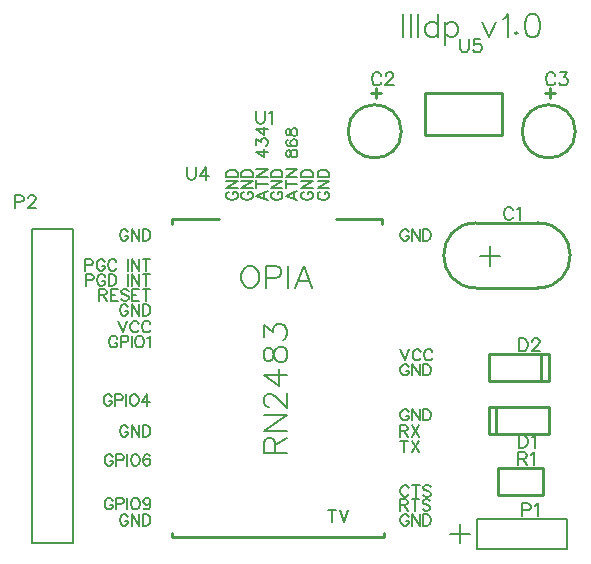
<source format=gto>
G04 Layer: TopSilkLayer*
G04 EasyEDA v6.2.43, 2019-09-14T08:05:40+03:00*
G04 099efe80dd8e4075b8cc61d203687640,04130c9be27c403289d01f1062dd982b,10*
G04 Gerber Generator version 0.2*
G04 Scale: 100 percent, Rotated: No, Reflected: No *
G04 Dimensions in millimeters *
G04 leading zeros omitted , absolute positions ,3 integer and 3 decimal *
%FSLAX33Y33*%
%MOMM*%
G90*
G71D02*

%ADD10C,0.254000*%
%ADD29C,0.228600*%
%ADD30C,0.203200*%
%ADD31C,0.202999*%
%ADD32C,0.152400*%

%LPD*%
G54D10*
G01X14986Y28702D02*
G01X14986Y29083D01*
G01X18923Y29083D01*
G01X32766Y28702D02*
G01X32766Y29083D01*
G01X28829Y29083D01*
G01X14986Y2540D02*
G01X14986Y2159D01*
G01X32893Y2159D01*
G01X32893Y2540D01*
G01X40665Y28778D02*
G01X45948Y28778D01*
G01X45948Y23291D02*
G01X40665Y23291D01*
G54D29*
G01X46863Y10922D02*
G01X41783Y10922D01*
G01X41783Y13208D01*
G01X46863Y13208D01*
G01X46863Y10922D01*
G01X42418Y10922D02*
G01X42418Y13208D01*
G01X41783Y17653D02*
G01X46863Y17653D01*
G01X46863Y15367D01*
G01X41783Y15367D01*
G01X41783Y17653D01*
G01X46228Y17653D02*
G01X46228Y15367D01*
G54D10*
G01X31826Y39741D02*
G01X32613Y39741D01*
G01X32207Y39335D02*
G01X32207Y40173D01*
G01X46558Y39741D02*
G01X47345Y39741D01*
G01X46939Y39335D02*
G01X46939Y40173D01*
G01X42550Y8008D02*
G01X46350Y8008D01*
G01X46350Y5708D01*
G01X42550Y5708D01*
G01X42550Y8008D01*
G54D30*
G01X42672Y3683D02*
G01X40767Y3683D01*
G01X40767Y1143D01*
G01X48387Y1143D01*
G01X48387Y3683D01*
G54D31*
G01X48387Y3683D02*
G01X42672Y3683D01*
G54D30*
G01X3103Y1645D02*
G01X6553Y1645D01*
G01X6553Y28295D01*
G01X3103Y28295D01*
G01X3103Y1656D01*
G54D10*
G01X42900Y39751D02*
G01X42900Y36195D01*
G01X42900Y36195D02*
G01X36347Y36195D01*
G01X36347Y36195D02*
G01X36347Y39751D01*
G01X36347Y39751D02*
G01X42900Y39751D01*
G54D32*
G01X22098Y38277D02*
G01X22098Y37500D01*
G01X22148Y37343D01*
G01X22252Y37238D01*
G01X22410Y37188D01*
G01X22514Y37188D01*
G01X22669Y37238D01*
G01X22773Y37343D01*
G01X22824Y37500D01*
G01X22824Y38277D01*
G01X23167Y38072D02*
G01X23271Y38122D01*
G01X23428Y38277D01*
G01X23428Y37188D01*
G54D30*
G01X28511Y4445D02*
G01X28511Y3489D01*
G01X28194Y4445D02*
G01X28831Y4445D01*
G01X29131Y4445D02*
G01X29494Y3489D01*
G01X29857Y4445D02*
G01X29494Y3489D01*
G01X11221Y28003D02*
G01X11178Y28094D01*
G01X11087Y28186D01*
G01X10995Y28232D01*
G01X10812Y28232D01*
G01X10723Y28186D01*
G01X10632Y28094D01*
G01X10586Y28003D01*
G01X10541Y27868D01*
G01X10541Y27640D01*
G01X10586Y27503D01*
G01X10632Y27414D01*
G01X10723Y27322D01*
G01X10812Y27277D01*
G01X10995Y27277D01*
G01X11087Y27322D01*
G01X11178Y27414D01*
G01X11221Y27503D01*
G01X11221Y27640D01*
G01X10995Y27640D02*
G01X11221Y27640D01*
G01X11523Y28232D02*
G01X11523Y27277D01*
G01X11523Y28232D02*
G01X12158Y27277D01*
G01X12158Y28232D02*
G01X12158Y27277D01*
G01X12458Y28232D02*
G01X12458Y27277D01*
G01X12458Y28232D02*
G01X12776Y28232D01*
G01X12913Y28186D01*
G01X13004Y28094D01*
G01X13050Y28003D01*
G01X13096Y27868D01*
G01X13096Y27640D01*
G01X13050Y27503D01*
G01X13004Y27414D01*
G01X12913Y27322D01*
G01X12776Y27277D01*
G01X12458Y27277D01*
G01X22733Y9293D02*
G01X24671Y9293D01*
G01X22733Y9293D02*
G01X22733Y10124D01*
G01X22824Y10401D01*
G01X22915Y10495D01*
G01X23101Y10586D01*
G01X23286Y10586D01*
G01X23472Y10495D01*
G01X23563Y10401D01*
G01X23655Y10124D01*
G01X23655Y9293D01*
G01X23655Y9941D02*
G01X24671Y10586D01*
G01X22733Y11196D02*
G01X24671Y11196D01*
G01X22733Y11196D02*
G01X24671Y12489D01*
G01X22733Y12489D02*
G01X24671Y12489D01*
G01X23192Y13192D02*
G01X23101Y13192D01*
G01X22915Y13284D01*
G01X22824Y13375D01*
G01X22733Y13561D01*
G01X22733Y13929D01*
G01X22824Y14114D01*
G01X22915Y14208D01*
G01X23101Y14300D01*
G01X23286Y14300D01*
G01X23472Y14208D01*
G01X23749Y14023D01*
G01X24671Y13098D01*
G01X24671Y14391D01*
G01X22733Y15925D02*
G01X24025Y15001D01*
G01X24025Y16388D01*
G01X22733Y15925D02*
G01X24671Y15925D01*
G01X22733Y17459D02*
G01X22824Y17180D01*
G01X23009Y17089D01*
G01X23192Y17089D01*
G01X23378Y17180D01*
G01X23472Y17366D01*
G01X23563Y17736D01*
G01X23655Y18013D01*
G01X23840Y18196D01*
G01X24025Y18290D01*
G01X24302Y18290D01*
G01X24488Y18196D01*
G01X24579Y18105D01*
G01X24671Y17828D01*
G01X24671Y17459D01*
G01X24579Y17180D01*
G01X24488Y17089D01*
G01X24302Y16997D01*
G01X24025Y16997D01*
G01X23840Y17089D01*
G01X23655Y17274D01*
G01X23563Y17551D01*
G01X23472Y17919D01*
G01X23378Y18105D01*
G01X23192Y18196D01*
G01X23009Y18196D01*
G01X22824Y18105D01*
G01X22733Y17828D01*
G01X22733Y17459D01*
G01X22733Y19085D02*
G01X22733Y20101D01*
G01X23472Y19545D01*
G01X23472Y19822D01*
G01X23563Y20007D01*
G01X23655Y20101D01*
G01X23931Y20193D01*
G01X24117Y20193D01*
G01X24394Y20101D01*
G01X24579Y19916D01*
G01X24671Y19639D01*
G01X24671Y19362D01*
G01X24579Y19085D01*
G01X24488Y18991D01*
G01X24302Y18900D01*
G01X21374Y25146D02*
G01X21191Y25054D01*
G01X21010Y24871D01*
G01X20919Y24691D01*
G01X20828Y24417D01*
G01X20828Y23962D01*
G01X20919Y23690D01*
G01X21010Y23507D01*
G01X21191Y23327D01*
G01X21374Y23235D01*
G01X21737Y23235D01*
G01X21917Y23327D01*
G01X22100Y23507D01*
G01X22191Y23690D01*
G01X22283Y23962D01*
G01X22283Y24417D01*
G01X22191Y24691D01*
G01X22100Y24871D01*
G01X21917Y25054D01*
G01X21737Y25146D01*
G01X21374Y25146D01*
G01X22882Y25146D02*
G01X22882Y23235D01*
G01X22882Y25146D02*
G01X23700Y25146D01*
G01X23972Y25054D01*
G01X24063Y24963D01*
G01X24155Y24780D01*
G01X24155Y24508D01*
G01X24063Y24325D01*
G01X23972Y24236D01*
G01X23700Y24145D01*
G01X22882Y24145D01*
G01X24754Y25146D02*
G01X24754Y23235D01*
G01X26083Y25146D02*
G01X25354Y23235D01*
G01X26083Y25146D02*
G01X26809Y23235D01*
G01X25628Y23870D02*
G01X26537Y23870D01*
G01X11221Y21653D02*
G01X11178Y21744D01*
G01X11087Y21836D01*
G01X10995Y21882D01*
G01X10812Y21882D01*
G01X10723Y21836D01*
G01X10632Y21744D01*
G01X10586Y21653D01*
G01X10541Y21518D01*
G01X10541Y21290D01*
G01X10586Y21153D01*
G01X10632Y21064D01*
G01X10723Y20972D01*
G01X10812Y20927D01*
G01X10995Y20927D01*
G01X11087Y20972D01*
G01X11178Y21064D01*
G01X11221Y21153D01*
G01X11221Y21290D01*
G01X10995Y21290D02*
G01X11221Y21290D01*
G01X11523Y21882D02*
G01X11523Y20927D01*
G01X11523Y21882D02*
G01X12158Y20927D01*
G01X12158Y21882D02*
G01X12158Y20927D01*
G01X12458Y21882D02*
G01X12458Y20927D01*
G01X12458Y21882D02*
G01X12776Y21882D01*
G01X12913Y21836D01*
G01X13004Y21744D01*
G01X13050Y21653D01*
G01X13096Y21518D01*
G01X13096Y21290D01*
G01X13050Y21153D01*
G01X13004Y21064D01*
G01X12913Y20972D01*
G01X12776Y20927D01*
G01X12458Y20927D01*
G01X11221Y3873D02*
G01X11178Y3964D01*
G01X11087Y4056D01*
G01X10995Y4102D01*
G01X10812Y4102D01*
G01X10723Y4056D01*
G01X10632Y3964D01*
G01X10586Y3873D01*
G01X10541Y3738D01*
G01X10541Y3510D01*
G01X10586Y3373D01*
G01X10632Y3284D01*
G01X10723Y3192D01*
G01X10812Y3147D01*
G01X10995Y3147D01*
G01X11087Y3192D01*
G01X11178Y3284D01*
G01X11221Y3373D01*
G01X11221Y3510D01*
G01X10995Y3510D02*
G01X11221Y3510D01*
G01X11523Y4102D02*
G01X11523Y3147D01*
G01X11523Y4102D02*
G01X12158Y3147D01*
G01X12158Y4102D02*
G01X12158Y3147D01*
G01X12458Y4102D02*
G01X12458Y3147D01*
G01X12458Y4102D02*
G01X12776Y4102D01*
G01X12913Y4056D01*
G01X13004Y3964D01*
G01X13050Y3873D01*
G01X13096Y3738D01*
G01X13096Y3510D01*
G01X13050Y3373D01*
G01X13004Y3284D01*
G01X12913Y3192D01*
G01X12776Y3147D01*
G01X12458Y3147D01*
G01X34970Y3873D02*
G01X34927Y3964D01*
G01X34836Y4056D01*
G01X34744Y4102D01*
G01X34561Y4102D01*
G01X34472Y4056D01*
G01X34381Y3964D01*
G01X34335Y3873D01*
G01X34290Y3738D01*
G01X34290Y3510D01*
G01X34335Y3373D01*
G01X34381Y3284D01*
G01X34472Y3192D01*
G01X34561Y3147D01*
G01X34744Y3147D01*
G01X34836Y3192D01*
G01X34927Y3284D01*
G01X34970Y3373D01*
G01X34970Y3510D01*
G01X34744Y3510D02*
G01X34970Y3510D01*
G01X35272Y4102D02*
G01X35272Y3147D01*
G01X35272Y4102D02*
G01X35907Y3147D01*
G01X35907Y4102D02*
G01X35907Y3147D01*
G01X36207Y4102D02*
G01X36207Y3147D01*
G01X36207Y4102D02*
G01X36525Y4102D01*
G01X36662Y4056D01*
G01X36753Y3964D01*
G01X36799Y3873D01*
G01X36845Y3738D01*
G01X36845Y3510D01*
G01X36799Y3373D01*
G01X36753Y3284D01*
G01X36662Y3192D01*
G01X36525Y3147D01*
G01X36207Y3147D01*
G01X34970Y28003D02*
G01X34927Y28094D01*
G01X34836Y28186D01*
G01X34744Y28232D01*
G01X34561Y28232D01*
G01X34472Y28186D01*
G01X34381Y28094D01*
G01X34335Y28003D01*
G01X34290Y27868D01*
G01X34290Y27640D01*
G01X34335Y27503D01*
G01X34381Y27414D01*
G01X34472Y27322D01*
G01X34561Y27277D01*
G01X34744Y27277D01*
G01X34836Y27322D01*
G01X34927Y27414D01*
G01X34970Y27503D01*
G01X34970Y27640D01*
G01X34744Y27640D02*
G01X34970Y27640D01*
G01X35272Y28232D02*
G01X35272Y27277D01*
G01X35272Y28232D02*
G01X35907Y27277D01*
G01X35907Y28232D02*
G01X35907Y27277D01*
G01X36207Y28232D02*
G01X36207Y27277D01*
G01X36207Y28232D02*
G01X36525Y28232D01*
G01X36662Y28186D01*
G01X36753Y28094D01*
G01X36799Y28003D01*
G01X36845Y27868D01*
G01X36845Y27640D01*
G01X36799Y27503D01*
G01X36753Y27414D01*
G01X36662Y27322D01*
G01X36525Y27277D01*
G01X36207Y27277D01*
G01X27495Y31414D02*
G01X27404Y31371D01*
G01X27312Y31280D01*
G01X27266Y31188D01*
G01X27266Y31005D01*
G01X27312Y30916D01*
G01X27404Y30825D01*
G01X27495Y30779D01*
G01X27630Y30734D01*
G01X27858Y30734D01*
G01X27995Y30779D01*
G01X28084Y30825D01*
G01X28176Y30916D01*
G01X28221Y31005D01*
G01X28221Y31188D01*
G01X28176Y31280D01*
G01X28084Y31371D01*
G01X27995Y31414D01*
G01X27858Y31414D01*
G01X27858Y31188D02*
G01X27858Y31414D01*
G01X27266Y31716D02*
G01X28221Y31716D01*
G01X27266Y31716D02*
G01X28221Y32351D01*
G01X27266Y32351D02*
G01X28221Y32351D01*
G01X27266Y32651D02*
G01X28221Y32651D01*
G01X27266Y32651D02*
G01X27266Y32969D01*
G01X27312Y33106D01*
G01X27404Y33197D01*
G01X27495Y33243D01*
G01X27630Y33289D01*
G01X27858Y33289D01*
G01X27995Y33243D01*
G01X28084Y33197D01*
G01X28176Y33106D01*
G01X28221Y32969D01*
G01X28221Y32651D01*
G01X19786Y31414D02*
G01X19695Y31371D01*
G01X19603Y31280D01*
G01X19558Y31188D01*
G01X19558Y31005D01*
G01X19603Y30916D01*
G01X19695Y30825D01*
G01X19786Y30779D01*
G01X19921Y30734D01*
G01X20149Y30734D01*
G01X20286Y30779D01*
G01X20375Y30825D01*
G01X20467Y30916D01*
G01X20513Y31005D01*
G01X20513Y31188D01*
G01X20467Y31280D01*
G01X20375Y31371D01*
G01X20286Y31414D01*
G01X20149Y31414D01*
G01X20149Y31188D02*
G01X20149Y31414D01*
G01X19558Y31716D02*
G01X20513Y31716D01*
G01X19558Y31716D02*
G01X20513Y32351D01*
G01X19558Y32351D02*
G01X20513Y32351D01*
G01X19558Y32651D02*
G01X20513Y32651D01*
G01X19558Y32651D02*
G01X19558Y32969D01*
G01X19603Y33106D01*
G01X19695Y33197D01*
G01X19786Y33243D01*
G01X19921Y33289D01*
G01X20149Y33289D01*
G01X20286Y33243D01*
G01X20375Y33197D01*
G01X20467Y33106D01*
G01X20513Y32969D01*
G01X20513Y32651D01*
G01X21056Y31414D02*
G01X20965Y31371D01*
G01X20873Y31280D01*
G01X20828Y31188D01*
G01X20828Y31005D01*
G01X20873Y30916D01*
G01X20965Y30825D01*
G01X21056Y30779D01*
G01X21191Y30734D01*
G01X21419Y30734D01*
G01X21556Y30779D01*
G01X21645Y30825D01*
G01X21737Y30916D01*
G01X21783Y31005D01*
G01X21783Y31188D01*
G01X21737Y31280D01*
G01X21645Y31371D01*
G01X21556Y31414D01*
G01X21419Y31414D01*
G01X21419Y31188D02*
G01X21419Y31414D01*
G01X20828Y31716D02*
G01X21783Y31716D01*
G01X20828Y31716D02*
G01X21783Y32351D01*
G01X20828Y32351D02*
G01X21783Y32351D01*
G01X20828Y32651D02*
G01X21783Y32651D01*
G01X20828Y32651D02*
G01X20828Y32969D01*
G01X20873Y33106D01*
G01X20965Y33197D01*
G01X21056Y33243D01*
G01X21191Y33289D01*
G01X21419Y33289D01*
G01X21556Y33243D01*
G01X21645Y33197D01*
G01X21737Y33106D01*
G01X21783Y32969D01*
G01X21783Y32651D01*
G01X23558Y31414D02*
G01X23467Y31371D01*
G01X23375Y31280D01*
G01X23329Y31188D01*
G01X23329Y31005D01*
G01X23375Y30916D01*
G01X23467Y30825D01*
G01X23558Y30779D01*
G01X23693Y30734D01*
G01X23921Y30734D01*
G01X24058Y30779D01*
G01X24147Y30825D01*
G01X24239Y30916D01*
G01X24284Y31005D01*
G01X24284Y31188D01*
G01X24239Y31280D01*
G01X24147Y31371D01*
G01X24058Y31414D01*
G01X23921Y31414D01*
G01X23921Y31188D02*
G01X23921Y31414D01*
G01X23329Y31716D02*
G01X24284Y31716D01*
G01X23329Y31716D02*
G01X24284Y32351D01*
G01X23329Y32351D02*
G01X24284Y32351D01*
G01X23329Y32651D02*
G01X24284Y32651D01*
G01X23329Y32651D02*
G01X23329Y32969D01*
G01X23375Y33106D01*
G01X23467Y33197D01*
G01X23558Y33243D01*
G01X23693Y33289D01*
G01X23921Y33289D01*
G01X24058Y33243D01*
G01X24147Y33197D01*
G01X24239Y33106D01*
G01X24284Y32969D01*
G01X24284Y32651D01*
G01X26136Y31414D02*
G01X26045Y31371D01*
G01X25953Y31280D01*
G01X25908Y31188D01*
G01X25908Y31005D01*
G01X25953Y30916D01*
G01X26045Y30825D01*
G01X26136Y30779D01*
G01X26271Y30734D01*
G01X26499Y30734D01*
G01X26636Y30779D01*
G01X26725Y30825D01*
G01X26817Y30916D01*
G01X26863Y31005D01*
G01X26863Y31188D01*
G01X26817Y31280D01*
G01X26725Y31371D01*
G01X26636Y31414D01*
G01X26499Y31414D01*
G01X26499Y31188D02*
G01X26499Y31414D01*
G01X25908Y31716D02*
G01X26863Y31716D01*
G01X25908Y31716D02*
G01X26863Y32351D01*
G01X25908Y32351D02*
G01X26863Y32351D01*
G01X25908Y32651D02*
G01X26863Y32651D01*
G01X25908Y32651D02*
G01X25908Y32969D01*
G01X25953Y33106D01*
G01X26045Y33197D01*
G01X26136Y33243D01*
G01X26271Y33289D01*
G01X26499Y33289D01*
G01X26636Y33243D01*
G01X26725Y33197D01*
G01X26817Y33106D01*
G01X26863Y32969D01*
G01X26863Y32651D01*
G01X24599Y31097D02*
G01X25554Y30734D01*
G01X24599Y31097D02*
G01X25554Y31460D01*
G01X25237Y30871D02*
G01X25237Y31325D01*
G01X24599Y32080D02*
G01X25554Y32080D01*
G01X24599Y31760D02*
G01X24599Y32397D01*
G01X24599Y32697D02*
G01X25554Y32697D01*
G01X24599Y32697D02*
G01X25554Y33334D01*
G01X24599Y33334D02*
G01X25554Y33334D01*
G01X24599Y34561D02*
G01X24645Y34424D01*
G01X24737Y34378D01*
G01X24828Y34378D01*
G01X24919Y34424D01*
G01X24963Y34516D01*
G01X25008Y34696D01*
G01X25054Y34833D01*
G01X25146Y34925D01*
G01X25237Y34970D01*
G01X25372Y34970D01*
G01X25463Y34925D01*
G01X25509Y34879D01*
G01X25554Y34742D01*
G01X25554Y34561D01*
G01X25509Y34424D01*
G01X25463Y34378D01*
G01X25372Y34333D01*
G01X25237Y34333D01*
G01X25146Y34378D01*
G01X25054Y34470D01*
G01X25008Y34607D01*
G01X24963Y34787D01*
G01X24919Y34879D01*
G01X24828Y34925D01*
G01X24737Y34925D01*
G01X24645Y34879D01*
G01X24599Y34742D01*
G01X24599Y34561D01*
G01X24737Y35816D02*
G01X24645Y35770D01*
G01X24599Y35633D01*
G01X24599Y35542D01*
G01X24645Y35407D01*
G01X24782Y35316D01*
G01X25008Y35270D01*
G01X25237Y35270D01*
G01X25417Y35316D01*
G01X25509Y35407D01*
G01X25554Y35542D01*
G01X25554Y35587D01*
G01X25509Y35725D01*
G01X25417Y35816D01*
G01X25283Y35862D01*
G01X25237Y35862D01*
G01X25100Y35816D01*
G01X25008Y35725D01*
G01X24963Y35587D01*
G01X24963Y35542D01*
G01X25008Y35407D01*
G01X25100Y35316D01*
G01X25237Y35270D01*
G01X24599Y36388D02*
G01X24645Y36253D01*
G01X24737Y36207D01*
G01X24828Y36207D01*
G01X24919Y36253D01*
G01X24963Y36342D01*
G01X25008Y36525D01*
G01X25054Y36662D01*
G01X25146Y36751D01*
G01X25237Y36796D01*
G01X25372Y36796D01*
G01X25463Y36751D01*
G01X25509Y36705D01*
G01X25554Y36570D01*
G01X25554Y36388D01*
G01X25509Y36253D01*
G01X25463Y36207D01*
G01X25372Y36161D01*
G01X25237Y36161D01*
G01X25146Y36207D01*
G01X25054Y36296D01*
G01X25008Y36433D01*
G01X24963Y36616D01*
G01X24919Y36705D01*
G01X24828Y36751D01*
G01X24737Y36751D01*
G01X24645Y36705D01*
G01X24599Y36570D01*
G01X24599Y36388D01*
G01X22097Y31097D02*
G01X23053Y30734D01*
G01X22097Y31097D02*
G01X23053Y31460D01*
G01X22735Y30871D02*
G01X22735Y31325D01*
G01X22097Y32080D02*
G01X23053Y32080D01*
G01X22097Y31760D02*
G01X22097Y32397D01*
G01X22097Y32697D02*
G01X23053Y32697D01*
G01X22097Y32697D02*
G01X23053Y33334D01*
G01X22097Y33334D02*
G01X23053Y33334D01*
G01X22097Y34787D02*
G01X22735Y34333D01*
G01X22735Y35016D01*
G01X22097Y34787D02*
G01X23053Y34787D01*
G01X22097Y35407D02*
G01X22097Y35907D01*
G01X22461Y35633D01*
G01X22461Y35770D01*
G01X22506Y35862D01*
G01X22552Y35907D01*
G01X22689Y35951D01*
G01X22781Y35951D01*
G01X22915Y35907D01*
G01X23007Y35816D01*
G01X23053Y35679D01*
G01X23053Y35542D01*
G01X23007Y35407D01*
G01X22961Y35361D01*
G01X22870Y35316D01*
G01X22097Y36705D02*
G01X22735Y36253D01*
G01X22735Y36934D01*
G01X22097Y36705D02*
G01X23053Y36705D01*
G01X11221Y11404D02*
G01X11178Y11496D01*
G01X11087Y11587D01*
G01X10995Y11633D01*
G01X10812Y11633D01*
G01X10723Y11587D01*
G01X10632Y11496D01*
G01X10586Y11404D01*
G01X10541Y11269D01*
G01X10541Y11041D01*
G01X10586Y10904D01*
G01X10632Y10815D01*
G01X10723Y10723D01*
G01X10812Y10678D01*
G01X10995Y10678D01*
G01X11087Y10723D01*
G01X11178Y10815D01*
G01X11221Y10904D01*
G01X11221Y11041D01*
G01X10995Y11041D02*
G01X11221Y11041D01*
G01X11523Y11633D02*
G01X11523Y10678D01*
G01X11523Y11633D02*
G01X12158Y10678D01*
G01X12158Y11633D02*
G01X12158Y10678D01*
G01X12458Y11633D02*
G01X12458Y10678D01*
G01X12458Y11633D02*
G01X12776Y11633D01*
G01X12913Y11587D01*
G01X13004Y11496D01*
G01X13050Y11404D01*
G01X13096Y11269D01*
G01X13096Y11041D01*
G01X13050Y10904D01*
G01X13004Y10815D01*
G01X12913Y10723D01*
G01X12776Y10678D01*
G01X12458Y10678D01*
G01X34970Y12801D02*
G01X34927Y12893D01*
G01X34836Y12984D01*
G01X34744Y13030D01*
G01X34561Y13030D01*
G01X34472Y12984D01*
G01X34381Y12893D01*
G01X34335Y12801D01*
G01X34290Y12666D01*
G01X34290Y12438D01*
G01X34335Y12301D01*
G01X34381Y12212D01*
G01X34472Y12120D01*
G01X34561Y12075D01*
G01X34744Y12075D01*
G01X34836Y12120D01*
G01X34927Y12212D01*
G01X34970Y12301D01*
G01X34970Y12438D01*
G01X34744Y12438D02*
G01X34970Y12438D01*
G01X35272Y13030D02*
G01X35272Y12075D01*
G01X35272Y13030D02*
G01X35907Y12075D01*
G01X35907Y13030D02*
G01X35907Y12075D01*
G01X36207Y13030D02*
G01X36207Y12075D01*
G01X36207Y13030D02*
G01X36525Y13030D01*
G01X36662Y12984D01*
G01X36753Y12893D01*
G01X36799Y12801D01*
G01X36845Y12666D01*
G01X36845Y12438D01*
G01X36799Y12301D01*
G01X36753Y12212D01*
G01X36662Y12120D01*
G01X36525Y12075D01*
G01X36207Y12075D01*
G01X34970Y16611D02*
G01X34927Y16703D01*
G01X34836Y16794D01*
G01X34744Y16840D01*
G01X34561Y16840D01*
G01X34472Y16794D01*
G01X34381Y16703D01*
G01X34335Y16611D01*
G01X34290Y16476D01*
G01X34290Y16248D01*
G01X34335Y16111D01*
G01X34381Y16022D01*
G01X34472Y15930D01*
G01X34561Y15885D01*
G01X34744Y15885D01*
G01X34836Y15930D01*
G01X34927Y16022D01*
G01X34970Y16111D01*
G01X34970Y16248D01*
G01X34744Y16248D02*
G01X34970Y16248D01*
G01X35272Y16840D02*
G01X35272Y15885D01*
G01X35272Y16840D02*
G01X35907Y15885D01*
G01X35907Y16840D02*
G01X35907Y15885D01*
G01X36207Y16840D02*
G01X36207Y15885D01*
G01X36207Y16840D02*
G01X36525Y16840D01*
G01X36662Y16794D01*
G01X36753Y16703D01*
G01X36799Y16611D01*
G01X36845Y16476D01*
G01X36845Y16248D01*
G01X36799Y16111D01*
G01X36753Y16022D01*
G01X36662Y15930D01*
G01X36525Y15885D01*
G01X36207Y15885D01*
G01X34607Y10325D02*
G01X34607Y9370D01*
G01X34290Y10325D02*
G01X34927Y10325D01*
G01X35227Y10325D02*
G01X35862Y9370D01*
G01X35862Y10325D02*
G01X35227Y9370D01*
G01X34290Y11633D02*
G01X34290Y10678D01*
G01X34290Y11633D02*
G01X34698Y11633D01*
G01X34836Y11587D01*
G01X34881Y11541D01*
G01X34927Y11450D01*
G01X34927Y11358D01*
G01X34881Y11269D01*
G01X34836Y11224D01*
G01X34698Y11178D01*
G01X34290Y11178D01*
G01X34607Y11178D02*
G01X34927Y10678D01*
G01X35227Y11633D02*
G01X35862Y10678D01*
G01X35862Y11633D02*
G01X35227Y10678D01*
G01X34970Y6324D02*
G01X34927Y6416D01*
G01X34836Y6507D01*
G01X34744Y6553D01*
G01X34561Y6553D01*
G01X34472Y6507D01*
G01X34381Y6416D01*
G01X34335Y6324D01*
G01X34290Y6189D01*
G01X34290Y5961D01*
G01X34335Y5824D01*
G01X34381Y5735D01*
G01X34472Y5643D01*
G01X34561Y5598D01*
G01X34744Y5598D01*
G01X34836Y5643D01*
G01X34927Y5735D01*
G01X34970Y5824D01*
G01X35590Y6553D02*
G01X35590Y5598D01*
G01X35272Y6553D02*
G01X35907Y6553D01*
G01X36845Y6416D02*
G01X36753Y6507D01*
G01X36616Y6553D01*
G01X36436Y6553D01*
G01X36299Y6507D01*
G01X36207Y6416D01*
G01X36207Y6324D01*
G01X36253Y6233D01*
G01X36299Y6189D01*
G01X36390Y6144D01*
G01X36662Y6052D01*
G01X36753Y6007D01*
G01X36799Y5961D01*
G01X36845Y5869D01*
G01X36845Y5735D01*
G01X36753Y5643D01*
G01X36616Y5598D01*
G01X36436Y5598D01*
G01X36299Y5643D01*
G01X36207Y5735D01*
G01X34290Y5372D02*
G01X34290Y4417D01*
G01X34290Y5372D02*
G01X34698Y5372D01*
G01X34836Y5326D01*
G01X34881Y5280D01*
G01X34927Y5189D01*
G01X34927Y5097D01*
G01X34881Y5008D01*
G01X34836Y4963D01*
G01X34698Y4917D01*
G01X34290Y4917D01*
G01X34607Y4917D02*
G01X34927Y4417D01*
G01X35544Y5372D02*
G01X35544Y4417D01*
G01X35227Y5372D02*
G01X35862Y5372D01*
G01X36799Y5234D02*
G01X36708Y5326D01*
G01X36570Y5372D01*
G01X36390Y5372D01*
G01X36253Y5326D01*
G01X36161Y5234D01*
G01X36161Y5143D01*
G01X36207Y5052D01*
G01X36253Y5008D01*
G01X36344Y4963D01*
G01X36616Y4871D01*
G01X36708Y4826D01*
G01X36753Y4780D01*
G01X36799Y4688D01*
G01X36799Y4554D01*
G01X36708Y4462D01*
G01X36570Y4417D01*
G01X36390Y4417D01*
G01X36253Y4462D01*
G01X36161Y4554D01*
G01X34290Y18110D02*
G01X34653Y17155D01*
G01X35016Y18110D02*
G01X34653Y17155D01*
G01X35999Y17881D02*
G01X35953Y17973D01*
G01X35862Y18064D01*
G01X35770Y18110D01*
G01X35590Y18110D01*
G01X35499Y18064D01*
G01X35407Y17973D01*
G01X35361Y17881D01*
G01X35316Y17746D01*
G01X35316Y17518D01*
G01X35361Y17381D01*
G01X35407Y17292D01*
G01X35499Y17200D01*
G01X35590Y17155D01*
G01X35770Y17155D01*
G01X35862Y17200D01*
G01X35953Y17292D01*
G01X35999Y17381D01*
G01X36979Y17881D02*
G01X36936Y17973D01*
G01X36845Y18064D01*
G01X36753Y18110D01*
G01X36570Y18110D01*
G01X36482Y18064D01*
G01X36390Y17973D01*
G01X36344Y17881D01*
G01X36299Y17746D01*
G01X36299Y17518D01*
G01X36344Y17381D01*
G01X36390Y17292D01*
G01X36482Y17200D01*
G01X36570Y17155D01*
G01X36753Y17155D01*
G01X36845Y17200D01*
G01X36936Y17292D01*
G01X36979Y17381D01*
G01X10406Y20485D02*
G01X10769Y19530D01*
G01X11132Y20485D02*
G01X10769Y19530D01*
G01X12115Y20256D02*
G01X12070Y20347D01*
G01X11978Y20439D01*
G01X11887Y20485D01*
G01X11706Y20485D01*
G01X11615Y20439D01*
G01X11523Y20347D01*
G01X11478Y20256D01*
G01X11432Y20121D01*
G01X11432Y19893D01*
G01X11478Y19756D01*
G01X11523Y19667D01*
G01X11615Y19575D01*
G01X11706Y19530D01*
G01X11887Y19530D01*
G01X11978Y19575D01*
G01X12070Y19667D01*
G01X12115Y19756D01*
G01X13096Y20256D02*
G01X13053Y20347D01*
G01X12961Y20439D01*
G01X12870Y20485D01*
G01X12687Y20485D01*
G01X12598Y20439D01*
G01X12506Y20347D01*
G01X12461Y20256D01*
G01X12415Y20121D01*
G01X12415Y19893D01*
G01X12461Y19756D01*
G01X12506Y19667D01*
G01X12598Y19575D01*
G01X12687Y19530D01*
G01X12870Y19530D01*
G01X12961Y19575D01*
G01X13053Y19667D01*
G01X13096Y19756D01*
G01X8806Y23152D02*
G01X8806Y22197D01*
G01X8806Y23152D02*
G01X9215Y23152D01*
G01X9352Y23106D01*
G01X9398Y23060D01*
G01X9443Y22969D01*
G01X9443Y22877D01*
G01X9398Y22788D01*
G01X9352Y22743D01*
G01X9215Y22697D01*
G01X8806Y22697D01*
G01X9123Y22697D02*
G01X9443Y22197D01*
G01X9743Y23152D02*
G01X9743Y22197D01*
G01X9743Y23152D02*
G01X10332Y23152D01*
G01X9743Y22697D02*
G01X10106Y22697D01*
G01X9743Y22197D02*
G01X10332Y22197D01*
G01X11270Y23014D02*
G01X11178Y23106D01*
G01X11041Y23152D01*
G01X10861Y23152D01*
G01X10723Y23106D01*
G01X10632Y23014D01*
G01X10632Y22923D01*
G01X10678Y22832D01*
G01X10723Y22788D01*
G01X10815Y22743D01*
G01X11087Y22651D01*
G01X11178Y22606D01*
G01X11224Y22560D01*
G01X11270Y22468D01*
G01X11270Y22334D01*
G01X11178Y22242D01*
G01X11041Y22197D01*
G01X10861Y22197D01*
G01X10723Y22242D01*
G01X10632Y22334D01*
G01X11569Y23152D02*
G01X11569Y22197D01*
G01X11569Y23152D02*
G01X12161Y23152D01*
G01X11569Y22697D02*
G01X11932Y22697D01*
G01X11569Y22197D02*
G01X12161Y22197D01*
G01X12778Y23152D02*
G01X12778Y22197D01*
G01X12461Y23152D02*
G01X13096Y23152D01*
G01X7668Y24422D02*
G01X7668Y23467D01*
G01X7668Y24422D02*
G01X8077Y24422D01*
G01X8214Y24376D01*
G01X8260Y24330D01*
G01X8305Y24239D01*
G01X8305Y24102D01*
G01X8260Y24013D01*
G01X8214Y23967D01*
G01X8077Y23921D01*
G01X7668Y23921D01*
G01X9286Y24193D02*
G01X9240Y24284D01*
G01X9149Y24376D01*
G01X9060Y24422D01*
G01X8877Y24422D01*
G01X8785Y24376D01*
G01X8694Y24284D01*
G01X8651Y24193D01*
G01X8605Y24058D01*
G01X8605Y23830D01*
G01X8651Y23693D01*
G01X8694Y23604D01*
G01X8785Y23512D01*
G01X8877Y23467D01*
G01X9060Y23467D01*
G01X9149Y23512D01*
G01X9240Y23604D01*
G01X9286Y23693D01*
G01X9286Y23830D01*
G01X9060Y23830D02*
G01X9286Y23830D01*
G01X9585Y24422D02*
G01X9585Y23467D01*
G01X9585Y24422D02*
G01X9903Y24422D01*
G01X10040Y24376D01*
G01X10132Y24284D01*
G01X10177Y24193D01*
G01X10223Y24058D01*
G01X10223Y23830D01*
G01X10177Y23693D01*
G01X10132Y23604D01*
G01X10040Y23512D01*
G01X9903Y23467D01*
G01X9585Y23467D01*
G01X11221Y24422D02*
G01X11221Y23467D01*
G01X11523Y24422D02*
G01X11523Y23467D01*
G01X11523Y24422D02*
G01X12158Y23467D01*
G01X12158Y24422D02*
G01X12158Y23467D01*
G01X12776Y24422D02*
G01X12776Y23467D01*
G01X12458Y24422D02*
G01X13096Y24422D01*
G01X7622Y25692D02*
G01X7622Y24737D01*
G01X7622Y25692D02*
G01X8031Y25692D01*
G01X8168Y25646D01*
G01X8214Y25600D01*
G01X8260Y25509D01*
G01X8260Y25372D01*
G01X8214Y25283D01*
G01X8168Y25237D01*
G01X8031Y25191D01*
G01X7622Y25191D01*
G01X9240Y25463D02*
G01X9194Y25554D01*
G01X9103Y25646D01*
G01X9014Y25692D01*
G01X8831Y25692D01*
G01X8740Y25646D01*
G01X8648Y25554D01*
G01X8605Y25463D01*
G01X8559Y25328D01*
G01X8559Y25100D01*
G01X8605Y24963D01*
G01X8648Y24874D01*
G01X8740Y24782D01*
G01X8831Y24737D01*
G01X9014Y24737D01*
G01X9103Y24782D01*
G01X9194Y24874D01*
G01X9240Y24963D01*
G01X9240Y25100D01*
G01X9014Y25100D02*
G01X9240Y25100D01*
G01X10223Y25463D02*
G01X10177Y25554D01*
G01X10086Y25646D01*
G01X9994Y25692D01*
G01X9814Y25692D01*
G01X9723Y25646D01*
G01X9631Y25554D01*
G01X9585Y25463D01*
G01X9540Y25328D01*
G01X9540Y25100D01*
G01X9585Y24963D01*
G01X9631Y24874D01*
G01X9723Y24782D01*
G01X9814Y24737D01*
G01X9994Y24737D01*
G01X10086Y24782D01*
G01X10177Y24874D01*
G01X10223Y24963D01*
G01X11221Y25692D02*
G01X11221Y24737D01*
G01X11521Y25692D02*
G01X11521Y24737D01*
G01X11521Y25692D02*
G01X12158Y24737D01*
G01X12158Y25692D02*
G01X12158Y24737D01*
G01X12776Y25692D02*
G01X12776Y24737D01*
G01X12458Y25692D02*
G01X13096Y25692D01*
G01X10304Y18986D02*
G01X10261Y19077D01*
G01X10170Y19169D01*
G01X10078Y19215D01*
G01X9895Y19215D01*
G01X9806Y19169D01*
G01X9715Y19077D01*
G01X9669Y18986D01*
G01X9624Y18851D01*
G01X9624Y18623D01*
G01X9669Y18486D01*
G01X9715Y18397D01*
G01X9806Y18305D01*
G01X9895Y18260D01*
G01X10078Y18260D01*
G01X10170Y18305D01*
G01X10261Y18397D01*
G01X10304Y18486D01*
G01X10304Y18623D01*
G01X10078Y18623D02*
G01X10304Y18623D01*
G01X10607Y19215D02*
G01X10607Y18260D01*
G01X10607Y19215D02*
G01X11016Y19215D01*
G01X11150Y19169D01*
G01X11196Y19123D01*
G01X11242Y19032D01*
G01X11242Y18895D01*
G01X11196Y18806D01*
G01X11150Y18760D01*
G01X11016Y18714D01*
G01X10607Y18714D01*
G01X11541Y19215D02*
G01X11541Y18260D01*
G01X12115Y19215D02*
G01X12024Y19169D01*
G01X11932Y19077D01*
G01X11887Y18986D01*
G01X11841Y18851D01*
G01X11841Y18623D01*
G01X11887Y18486D01*
G01X11932Y18397D01*
G01X12024Y18305D01*
G01X12115Y18260D01*
G01X12296Y18260D01*
G01X12387Y18305D01*
G01X12479Y18397D01*
G01X12524Y18486D01*
G01X12570Y18623D01*
G01X12570Y18851D01*
G01X12524Y18986D01*
G01X12479Y19077D01*
G01X12387Y19169D01*
G01X12296Y19215D01*
G01X12115Y19215D01*
G01X12870Y19032D02*
G01X12961Y19077D01*
G01X13096Y19215D01*
G01X13096Y18260D01*
G01X9850Y14033D02*
G01X9806Y14124D01*
G01X9715Y14216D01*
G01X9624Y14262D01*
G01X9441Y14262D01*
G01X9352Y14216D01*
G01X9260Y14124D01*
G01X9215Y14033D01*
G01X9169Y13898D01*
G01X9169Y13670D01*
G01X9215Y13533D01*
G01X9260Y13444D01*
G01X9352Y13352D01*
G01X9441Y13307D01*
G01X9624Y13307D01*
G01X9715Y13352D01*
G01X9806Y13444D01*
G01X9850Y13533D01*
G01X9850Y13670D01*
G01X9624Y13670D02*
G01X9850Y13670D01*
G01X10152Y14262D02*
G01X10152Y13307D01*
G01X10152Y14262D02*
G01X10561Y14262D01*
G01X10695Y14216D01*
G01X10741Y14170D01*
G01X10787Y14079D01*
G01X10787Y13942D01*
G01X10741Y13853D01*
G01X10695Y13807D01*
G01X10561Y13761D01*
G01X10152Y13761D01*
G01X11087Y14262D02*
G01X11087Y13307D01*
G01X11661Y14262D02*
G01X11569Y14216D01*
G01X11478Y14124D01*
G01X11432Y14033D01*
G01X11386Y13898D01*
G01X11386Y13670D01*
G01X11432Y13533D01*
G01X11478Y13444D01*
G01X11569Y13352D01*
G01X11661Y13307D01*
G01X11841Y13307D01*
G01X11932Y13352D01*
G01X12024Y13444D01*
G01X12070Y13533D01*
G01X12115Y13670D01*
G01X12115Y13898D01*
G01X12070Y14033D01*
G01X12024Y14124D01*
G01X11932Y14216D01*
G01X11841Y14262D01*
G01X11661Y14262D01*
G01X12870Y14262D02*
G01X12415Y13624D01*
G01X13096Y13624D01*
G01X12870Y14262D02*
G01X12870Y13307D01*
G01X9941Y8953D02*
G01X9898Y9044D01*
G01X9806Y9136D01*
G01X9715Y9182D01*
G01X9532Y9182D01*
G01X9443Y9136D01*
G01X9352Y9044D01*
G01X9306Y8953D01*
G01X9260Y8818D01*
G01X9260Y8590D01*
G01X9306Y8453D01*
G01X9352Y8364D01*
G01X9443Y8272D01*
G01X9532Y8227D01*
G01X9715Y8227D01*
G01X9806Y8272D01*
G01X9898Y8364D01*
G01X9941Y8453D01*
G01X9941Y8590D01*
G01X9715Y8590D02*
G01X9941Y8590D01*
G01X10243Y9182D02*
G01X10243Y8227D01*
G01X10243Y9182D02*
G01X10652Y9182D01*
G01X10787Y9136D01*
G01X10833Y9090D01*
G01X10878Y8999D01*
G01X10878Y8862D01*
G01X10833Y8773D01*
G01X10787Y8727D01*
G01X10652Y8681D01*
G01X10243Y8681D01*
G01X11178Y9182D02*
G01X11178Y8227D01*
G01X11752Y9182D02*
G01X11661Y9136D01*
G01X11569Y9044D01*
G01X11523Y8953D01*
G01X11478Y8818D01*
G01X11478Y8590D01*
G01X11523Y8453D01*
G01X11569Y8364D01*
G01X11661Y8272D01*
G01X11752Y8227D01*
G01X11932Y8227D01*
G01X12024Y8272D01*
G01X12115Y8364D01*
G01X12161Y8453D01*
G01X12207Y8590D01*
G01X12207Y8818D01*
G01X12161Y8953D01*
G01X12115Y9044D01*
G01X12024Y9136D01*
G01X11932Y9182D01*
G01X11752Y9182D01*
G01X13050Y9044D02*
G01X13007Y9136D01*
G01X12870Y9182D01*
G01X12778Y9182D01*
G01X12641Y9136D01*
G01X12552Y8999D01*
G01X12506Y8773D01*
G01X12506Y8544D01*
G01X12552Y8364D01*
G01X12641Y8272D01*
G01X12778Y8227D01*
G01X12824Y8227D01*
G01X12961Y8272D01*
G01X13050Y8364D01*
G01X13096Y8498D01*
G01X13096Y8544D01*
G01X13050Y8681D01*
G01X12961Y8773D01*
G01X12824Y8818D01*
G01X12778Y8818D01*
G01X12641Y8773D01*
G01X12552Y8681D01*
G01X12506Y8544D01*
G01X9941Y5270D02*
G01X9898Y5361D01*
G01X9806Y5453D01*
G01X9715Y5499D01*
G01X9532Y5499D01*
G01X9443Y5453D01*
G01X9352Y5361D01*
G01X9306Y5270D01*
G01X9260Y5135D01*
G01X9260Y4907D01*
G01X9306Y4770D01*
G01X9352Y4681D01*
G01X9443Y4589D01*
G01X9532Y4544D01*
G01X9715Y4544D01*
G01X9806Y4589D01*
G01X9898Y4681D01*
G01X9941Y4770D01*
G01X9941Y4907D01*
G01X9715Y4907D02*
G01X9941Y4907D01*
G01X10243Y5499D02*
G01X10243Y4544D01*
G01X10243Y5499D02*
G01X10652Y5499D01*
G01X10787Y5453D01*
G01X10833Y5407D01*
G01X10878Y5316D01*
G01X10878Y5179D01*
G01X10833Y5090D01*
G01X10787Y5044D01*
G01X10652Y4998D01*
G01X10243Y4998D01*
G01X11178Y5499D02*
G01X11178Y4544D01*
G01X11752Y5499D02*
G01X11661Y5453D01*
G01X11569Y5361D01*
G01X11523Y5270D01*
G01X11478Y5135D01*
G01X11478Y4907D01*
G01X11523Y4770D01*
G01X11569Y4681D01*
G01X11661Y4589D01*
G01X11752Y4544D01*
G01X11932Y4544D01*
G01X12024Y4589D01*
G01X12115Y4681D01*
G01X12161Y4770D01*
G01X12207Y4907D01*
G01X12207Y5135D01*
G01X12161Y5270D01*
G01X12115Y5361D01*
G01X12024Y5453D01*
G01X11932Y5499D01*
G01X11752Y5499D01*
G01X13096Y5179D02*
G01X13050Y5044D01*
G01X12961Y4953D01*
G01X12824Y4907D01*
G01X12778Y4907D01*
G01X12641Y4953D01*
G01X12552Y5044D01*
G01X12506Y5179D01*
G01X12506Y5224D01*
G01X12552Y5361D01*
G01X12641Y5453D01*
G01X12778Y5499D01*
G01X12824Y5499D01*
G01X12961Y5453D01*
G01X13050Y5361D01*
G01X13096Y5179D01*
G01X13096Y4953D01*
G01X13050Y4726D01*
G01X12961Y4589D01*
G01X12824Y4544D01*
G01X12733Y4544D01*
G01X12598Y4589D01*
G01X12552Y4681D01*
G54D32*
G01X43832Y29870D02*
G01X43779Y29974D01*
G01X43675Y30078D01*
G01X43573Y30129D01*
G01X43365Y30129D01*
G01X43261Y30078D01*
G01X43157Y29974D01*
G01X43103Y29870D01*
G01X43053Y29712D01*
G01X43053Y29453D01*
G01X43103Y29298D01*
G01X43157Y29194D01*
G01X43261Y29090D01*
G01X43365Y29039D01*
G01X43573Y29039D01*
G01X43675Y29090D01*
G01X43779Y29194D01*
G01X43832Y29298D01*
G01X44175Y29921D02*
G01X44279Y29974D01*
G01X44434Y30129D01*
G01X44434Y29039D01*
G01X44323Y10822D02*
G01X44323Y9733D01*
G01X44323Y10822D02*
G01X44686Y10822D01*
G01X44843Y10772D01*
G01X44945Y10668D01*
G01X44998Y10563D01*
G01X45049Y10408D01*
G01X45049Y10149D01*
G01X44998Y9992D01*
G01X44945Y9888D01*
G01X44843Y9784D01*
G01X44686Y9733D01*
G01X44323Y9733D01*
G01X45392Y10617D02*
G01X45496Y10668D01*
G01X45653Y10822D01*
G01X45653Y9733D01*
G01X44323Y18996D02*
G01X44323Y17907D01*
G01X44323Y18996D02*
G01X44686Y18996D01*
G01X44843Y18945D01*
G01X44945Y18841D01*
G01X44998Y18737D01*
G01X45049Y18582D01*
G01X45049Y18323D01*
G01X44998Y18166D01*
G01X44945Y18061D01*
G01X44843Y17957D01*
G01X44686Y17907D01*
G01X44323Y17907D01*
G01X45445Y18737D02*
G01X45445Y18790D01*
G01X45496Y18895D01*
G01X45549Y18945D01*
G01X45653Y18996D01*
G01X45859Y18996D01*
G01X45963Y18945D01*
G01X46017Y18895D01*
G01X46067Y18790D01*
G01X46067Y18686D01*
G01X46017Y18582D01*
G01X45913Y18425D01*
G01X45392Y17907D01*
G01X46121Y17907D01*
G01X32656Y41257D02*
G01X32603Y41361D01*
G01X32499Y41465D01*
G01X32397Y41518D01*
G01X32189Y41518D01*
G01X32085Y41465D01*
G01X31981Y41361D01*
G01X31927Y41257D01*
G01X31877Y41102D01*
G01X31877Y40843D01*
G01X31927Y40685D01*
G01X31981Y40584D01*
G01X32085Y40479D01*
G01X32189Y40426D01*
G01X32397Y40426D01*
G01X32499Y40479D01*
G01X32603Y40584D01*
G01X32656Y40685D01*
G01X33050Y41257D02*
G01X33050Y41310D01*
G01X33103Y41414D01*
G01X33154Y41465D01*
G01X33258Y41518D01*
G01X33467Y41518D01*
G01X33571Y41465D01*
G01X33621Y41414D01*
G01X33675Y41310D01*
G01X33675Y41206D01*
G01X33621Y41102D01*
G01X33517Y40947D01*
G01X32999Y40426D01*
G01X33726Y40426D01*
G01X47388Y41257D02*
G01X47335Y41361D01*
G01X47231Y41465D01*
G01X47129Y41518D01*
G01X46921Y41518D01*
G01X46817Y41465D01*
G01X46713Y41361D01*
G01X46659Y41257D01*
G01X46609Y41102D01*
G01X46609Y40843D01*
G01X46659Y40685D01*
G01X46713Y40584D01*
G01X46817Y40479D01*
G01X46921Y40426D01*
G01X47129Y40426D01*
G01X47231Y40479D01*
G01X47335Y40584D01*
G01X47388Y40685D01*
G01X47835Y41518D02*
G01X48407Y41518D01*
G01X48094Y41102D01*
G01X48249Y41102D01*
G01X48353Y41051D01*
G01X48407Y40998D01*
G01X48458Y40843D01*
G01X48458Y40739D01*
G01X48407Y40584D01*
G01X48303Y40479D01*
G01X48145Y40426D01*
G01X47990Y40426D01*
G01X47835Y40479D01*
G01X47782Y40530D01*
G01X47731Y40634D01*
G01X44260Y9352D02*
G01X44260Y8262D01*
G01X44260Y9352D02*
G01X44727Y9352D01*
G01X44882Y9301D01*
G01X44935Y9248D01*
G01X44986Y9144D01*
G01X44986Y9042D01*
G01X44935Y8938D01*
G01X44882Y8884D01*
G01X44727Y8834D01*
G01X44260Y8834D01*
G01X44623Y8834D02*
G01X44986Y8262D01*
G01X45329Y9144D02*
G01X45433Y9197D01*
G01X45590Y9352D01*
G01X45590Y8262D01*
G01X44577Y5026D02*
G01X44577Y3937D01*
G01X44577Y5026D02*
G01X45044Y5026D01*
G01X45199Y4975D01*
G01X45252Y4925D01*
G01X45303Y4820D01*
G01X45303Y4663D01*
G01X45252Y4559D01*
G01X45199Y4508D01*
G01X45044Y4455D01*
G01X44577Y4455D01*
G01X45646Y4820D02*
G01X45750Y4871D01*
G01X45907Y5026D01*
G01X45907Y3937D01*
G01X1651Y31127D02*
G01X1651Y30038D01*
G01X1651Y31127D02*
G01X2118Y31127D01*
G01X2273Y31076D01*
G01X2326Y31026D01*
G01X2377Y30921D01*
G01X2377Y30764D01*
G01X2326Y30660D01*
G01X2273Y30609D01*
G01X2118Y30556D01*
G01X1651Y30556D01*
G01X2773Y30868D02*
G01X2773Y30921D01*
G01X2824Y31026D01*
G01X2877Y31076D01*
G01X2981Y31127D01*
G01X3187Y31127D01*
G01X3291Y31076D01*
G01X3345Y31026D01*
G01X3395Y30921D01*
G01X3395Y30817D01*
G01X3345Y30713D01*
G01X3241Y30556D01*
G01X2720Y30038D01*
G01X3449Y30038D01*
G01X16256Y33498D02*
G01X16256Y32718D01*
G01X16306Y32563D01*
G01X16410Y32459D01*
G01X16568Y32408D01*
G01X16672Y32408D01*
G01X16827Y32459D01*
G01X16931Y32563D01*
G01X16982Y32718D01*
G01X16982Y33498D01*
G01X17846Y33498D02*
G01X17325Y32771D01*
G01X18105Y32771D01*
G01X17846Y33498D02*
G01X17846Y32408D01*
G01X39370Y44328D02*
G01X39370Y43548D01*
G01X39420Y43393D01*
G01X39524Y43289D01*
G01X39682Y43235D01*
G01X39786Y43235D01*
G01X39941Y43289D01*
G01X40045Y43393D01*
G01X40096Y43548D01*
G01X40096Y44328D01*
G01X41064Y44328D02*
G01X40543Y44328D01*
G01X40492Y43860D01*
G01X40543Y43911D01*
G01X40700Y43964D01*
G01X40855Y43964D01*
G01X41010Y43911D01*
G01X41114Y43807D01*
G01X41168Y43652D01*
G01X41168Y43548D01*
G01X41114Y43393D01*
G01X41010Y43289D01*
G01X40855Y43235D01*
G01X40700Y43235D01*
G01X40543Y43289D01*
G01X40492Y43340D01*
G01X40439Y43444D01*
G54D30*
G01X41851Y26797D02*
G01X41851Y25135D01*
G01X41021Y25966D02*
G01X42684Y25966D01*
G01X39311Y3302D02*
G01X39311Y1640D01*
G01X38481Y2471D02*
G01X40144Y2471D01*
G01X34544Y46446D02*
G01X34544Y44508D01*
G01X35153Y46446D02*
G01X35153Y44508D01*
G01X35763Y46446D02*
G01X35763Y44508D01*
G01X37480Y46446D02*
G01X37480Y44508D01*
G01X37480Y45524D02*
G01X37297Y45707D01*
G01X37111Y45801D01*
G01X36835Y45801D01*
G01X36649Y45707D01*
G01X36464Y45524D01*
G01X36372Y45247D01*
G01X36372Y45062D01*
G01X36464Y44785D01*
G01X36649Y44599D01*
G01X36835Y44508D01*
G01X37111Y44508D01*
G01X37297Y44599D01*
G01X37480Y44785D01*
G01X38089Y45801D02*
G01X38089Y43860D01*
G01X38089Y45524D02*
G01X38275Y45707D01*
G01X38460Y45801D01*
G01X38737Y45801D01*
G01X38922Y45707D01*
G01X39105Y45524D01*
G01X39199Y45247D01*
G01X39199Y45062D01*
G01X39105Y44785D01*
G01X38922Y44599D01*
G01X38737Y44508D01*
G01X38460Y44508D01*
G01X38275Y44599D01*
G01X38089Y44785D01*
G01X41231Y45801D02*
G01X41785Y44508D01*
G01X42339Y45801D02*
G01X41785Y44508D01*
G01X42948Y46078D02*
G01X43134Y46169D01*
G01X43411Y46446D01*
G01X43411Y44508D01*
G01X44112Y44970D02*
G01X44020Y44876D01*
G01X44112Y44785D01*
G01X44206Y44876D01*
G01X44112Y44970D01*
G01X45369Y46446D02*
G01X45092Y46355D01*
G01X44907Y46078D01*
G01X44815Y45615D01*
G01X44815Y45339D01*
G01X44907Y44876D01*
G01X45092Y44599D01*
G01X45369Y44508D01*
G01X45554Y44508D01*
G01X45831Y44599D01*
G01X46014Y44876D01*
G01X46108Y45339D01*
G01X46108Y45615D01*
G01X46014Y46078D01*
G01X45831Y46355D01*
G01X45554Y46446D01*
G01X45369Y46446D01*
G54D10*
G75*
G01X40707Y23285D02*
G02X40707Y28785I0J2750D01*
G01*
G75*
G01X45907Y28785D02*
G02X45907Y23285I0J-2750D01*
G01*
G75*
G01X34356Y36553D02*
G03X34356Y36513I-2250J-20D01*
G01*
G75*
G01X49088Y36553D02*
G03X49088Y36513I-2250J-20D01*
G01*
M00*
M02*

</source>
